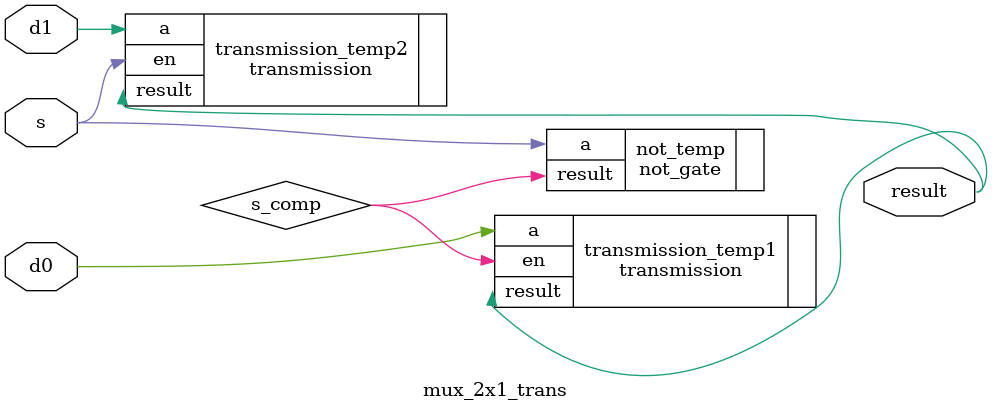
<source format=v>
`include "../tranmission/tranmission.v"

module mux_2x1_trans(input d0, input d1, input s, output result);

	wire s_comp;

	not_gate not_temp(
		.a(s),
		.result(s_comp)
	);

	transmission transmission_temp1(
		.a(d0),
		.en(s_comp),
		.result(result)
	);

	transmission transmission_temp2(
		.a(d1),
		.en(s),
		.result(result)
	);

endmodule
</source>
